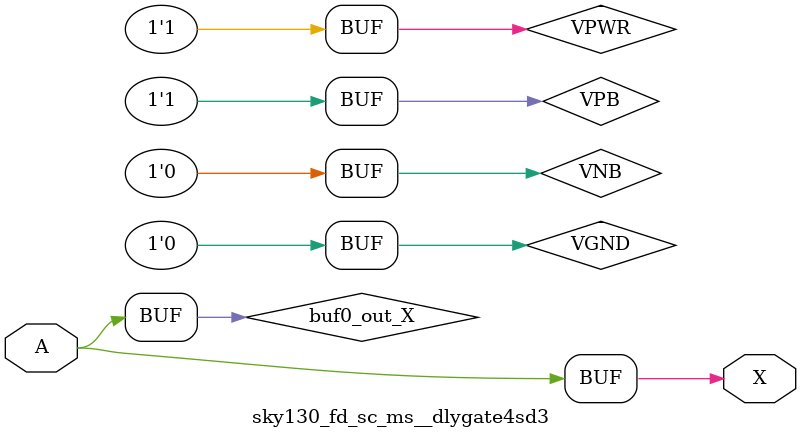
<source format=v>
/*
 * Copyright 2020 The SkyWater PDK Authors
 *
 * Licensed under the Apache License, Version 2.0 (the "License");
 * you may not use this file except in compliance with the License.
 * You may obtain a copy of the License at
 *
 *     https://www.apache.org/licenses/LICENSE-2.0
 *
 * Unless required by applicable law or agreed to in writing, software
 * distributed under the License is distributed on an "AS IS" BASIS,
 * WITHOUT WARRANTIES OR CONDITIONS OF ANY KIND, either express or implied.
 * See the License for the specific language governing permissions and
 * limitations under the License.
 *
 * SPDX-License-Identifier: Apache-2.0
*/


`ifndef SKY130_FD_SC_MS__DLYGATE4SD3_BEHAVIORAL_V
`define SKY130_FD_SC_MS__DLYGATE4SD3_BEHAVIORAL_V

/**
 * dlygate4sd3: Delay Buffer 4-stage 0.50um length inner stage gates.
 *
 * Verilog simulation functional model.
 */

`timescale 1ns / 1ps
`default_nettype none

`celldefine
module sky130_fd_sc_ms__dlygate4sd3 (
    X,
    A
);

    // Module ports
    output X;
    input  A;

    // Module supplies
    supply1 VPWR;
    supply0 VGND;
    supply1 VPB ;
    supply0 VNB ;

    // Local signals
    wire buf0_out_X;

    //  Name  Output      Other arguments
    buf buf0 (buf0_out_X, A              );
    buf buf1 (X         , buf0_out_X     );

endmodule
`endcelldefine

`default_nettype wire
`endif  // SKY130_FD_SC_MS__DLYGATE4SD3_BEHAVIORAL_V
</source>
